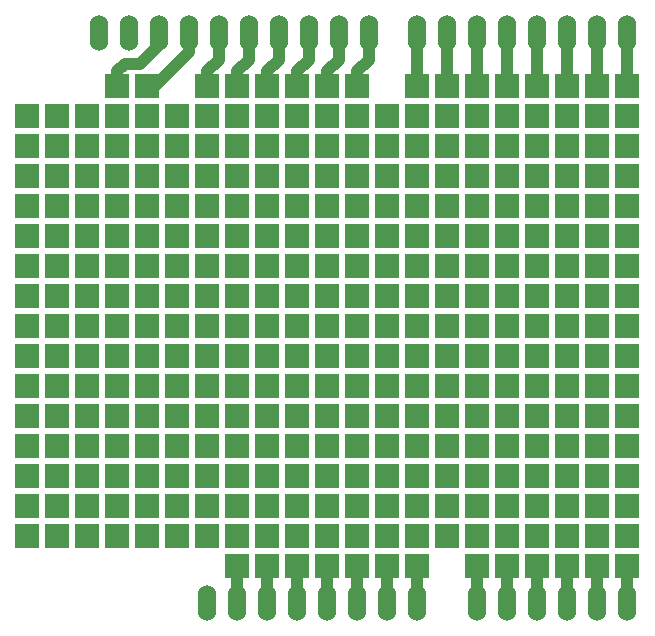
<source format=gbr>
G04 #@! TF.FileFunction,Copper,L1,Top,Signal*
%FSLAX46Y46*%
G04 Gerber Fmt 4.6, Leading zero omitted, Abs format (unit mm)*
G04 Created by KiCad (PCBNEW 0.201509030901+6151~29~ubuntu14.04.1-product) date Tue 15 Sep 2015 04:13:20 PM EEST*
%MOMM*%
G01*
G04 APERTURE LIST*
%ADD10C,0.100000*%
%ADD11O,1.524000X3.048000*%
%ADD12R,2.000000X2.000000*%
%ADD13C,0.500000*%
%ADD14C,1.000000*%
G04 APERTURE END LIST*
D10*
D11*
X160000000Y-125000000D03*
X162540000Y-125000000D03*
X165080000Y-125000000D03*
X167620000Y-125000000D03*
X170160000Y-125000000D03*
X172700000Y-125000000D03*
X175240000Y-125000000D03*
X177780000Y-125000000D03*
X182860000Y-125000000D03*
X185400000Y-125000000D03*
X187940000Y-125000000D03*
X190480000Y-125000000D03*
X193020000Y-125000000D03*
X195560000Y-125000000D03*
X195560000Y-76740000D03*
X193020000Y-76740000D03*
X190480000Y-76740000D03*
X187940000Y-76740000D03*
X185400000Y-76740000D03*
X182860000Y-76740000D03*
X180320000Y-76740000D03*
X177780000Y-76740000D03*
X173716000Y-76740000D03*
X171176000Y-76740000D03*
X168636000Y-76740000D03*
X166096000Y-76740000D03*
X163556000Y-76740000D03*
X161016000Y-76740000D03*
X158476000Y-76740000D03*
X155936000Y-76740000D03*
X153396000Y-76740000D03*
X150856000Y-76740000D03*
D12*
X195580000Y-81280000D03*
X193040000Y-81280000D03*
X190500000Y-81280000D03*
X195580000Y-121920000D03*
X193040000Y-121920000D03*
X144780000Y-83820000D03*
X187960000Y-81280000D03*
X185420000Y-81280000D03*
X182880000Y-81280000D03*
X180340000Y-81280000D03*
X177800000Y-81280000D03*
X172720000Y-81280000D03*
X170180000Y-81280000D03*
X167640000Y-81280000D03*
X165100000Y-81280000D03*
X162560000Y-81280000D03*
X160020000Y-81280000D03*
X154940000Y-81280000D03*
X152400000Y-81280000D03*
X190500000Y-121920000D03*
X187960000Y-121920000D03*
X185420000Y-121920000D03*
X182880000Y-121920000D03*
X177800000Y-121920000D03*
X175260000Y-121920000D03*
X172720000Y-121920000D03*
X170180000Y-121920000D03*
X167640000Y-121920000D03*
X165100000Y-121920000D03*
X162560000Y-121920000D03*
X147320000Y-83820000D03*
X149860000Y-83820000D03*
X152400000Y-83820000D03*
X154940000Y-83820000D03*
X157480000Y-83820000D03*
X160020000Y-83820000D03*
X162560000Y-83820000D03*
X165100000Y-83820000D03*
X167640000Y-83820000D03*
X170180000Y-83820000D03*
X172720000Y-83820000D03*
X175260000Y-83820000D03*
X177800000Y-83820000D03*
X180340000Y-83820000D03*
X182880000Y-83820000D03*
X185420000Y-83820000D03*
X187960000Y-83820000D03*
X190500000Y-83820000D03*
X193040000Y-83820000D03*
X195580000Y-83820000D03*
X144780000Y-86360000D03*
X147320000Y-86360000D03*
X149860000Y-86360000D03*
X152400000Y-86360000D03*
X154940000Y-86360000D03*
X157480000Y-86360000D03*
X160020000Y-86360000D03*
X162560000Y-86360000D03*
X165100000Y-86360000D03*
X167640000Y-86360000D03*
X170180000Y-86360000D03*
X172720000Y-86360000D03*
X175260000Y-86360000D03*
X177800000Y-86360000D03*
X180340000Y-86360000D03*
X182880000Y-86360000D03*
X185420000Y-86360000D03*
X187960000Y-86360000D03*
X190500000Y-86360000D03*
X193040000Y-86360000D03*
X195580000Y-86360000D03*
X144780000Y-88900000D03*
X147320000Y-88900000D03*
X149860000Y-88900000D03*
X152400000Y-88900000D03*
X154940000Y-88900000D03*
X157480000Y-88900000D03*
X160020000Y-88900000D03*
X162560000Y-88900000D03*
X165100000Y-88900000D03*
X167640000Y-88900000D03*
X170180000Y-88900000D03*
X172720000Y-88900000D03*
X175260000Y-88900000D03*
X177800000Y-88900000D03*
X180340000Y-88900000D03*
X182880000Y-88900000D03*
X185420000Y-88900000D03*
X187960000Y-88900000D03*
X190500000Y-88900000D03*
X193040000Y-88900000D03*
X195580000Y-88900000D03*
X144780000Y-91440000D03*
X147320000Y-91440000D03*
X149860000Y-91440000D03*
X152400000Y-91440000D03*
X154940000Y-91440000D03*
X157480000Y-91440000D03*
X160020000Y-91440000D03*
X162560000Y-91440000D03*
X165100000Y-91440000D03*
X167640000Y-91440000D03*
X170180000Y-91440000D03*
X172720000Y-91440000D03*
X175260000Y-91440000D03*
X177800000Y-91440000D03*
X180340000Y-91440000D03*
X182880000Y-91440000D03*
X185420000Y-91440000D03*
X187960000Y-91440000D03*
X190500000Y-91440000D03*
X193040000Y-91440000D03*
X195580000Y-91440000D03*
X144780000Y-93980000D03*
X147320000Y-93980000D03*
X149860000Y-93980000D03*
X152400000Y-93980000D03*
X154940000Y-93980000D03*
X157480000Y-93980000D03*
X160020000Y-93980000D03*
X162560000Y-93980000D03*
X165100000Y-93980000D03*
X167640000Y-93980000D03*
X170180000Y-93980000D03*
X172720000Y-93980000D03*
X175260000Y-93980000D03*
X177800000Y-93980000D03*
X180340000Y-93980000D03*
X182880000Y-93980000D03*
X185420000Y-93980000D03*
X187960000Y-93980000D03*
X190500000Y-93980000D03*
X193040000Y-93980000D03*
X195580000Y-93980000D03*
X144780000Y-96520000D03*
X147320000Y-96520000D03*
X149860000Y-96520000D03*
X152400000Y-96520000D03*
X154940000Y-96520000D03*
X157480000Y-96520000D03*
X160020000Y-96520000D03*
X162560000Y-96520000D03*
X165100000Y-96520000D03*
X167640000Y-96520000D03*
X170180000Y-96520000D03*
X172720000Y-96520000D03*
X175260000Y-96520000D03*
X177800000Y-96520000D03*
X180340000Y-96520000D03*
X182880000Y-96520000D03*
X185420000Y-96520000D03*
X187960000Y-96520000D03*
X190500000Y-96520000D03*
X193040000Y-96520000D03*
X195580000Y-96520000D03*
X144780000Y-99060000D03*
X147320000Y-99060000D03*
X149860000Y-99060000D03*
X152400000Y-99060000D03*
X154940000Y-99060000D03*
X157480000Y-99060000D03*
X160020000Y-99060000D03*
X162560000Y-99060000D03*
X165100000Y-99060000D03*
X167640000Y-99060000D03*
X170180000Y-99060000D03*
X172720000Y-99060000D03*
X175260000Y-99060000D03*
X177800000Y-99060000D03*
X180340000Y-99060000D03*
X182880000Y-99060000D03*
X185420000Y-99060000D03*
X187960000Y-99060000D03*
X190500000Y-99060000D03*
X193040000Y-99060000D03*
X195580000Y-99060000D03*
X144780000Y-101600000D03*
X147320000Y-101600000D03*
X149860000Y-101600000D03*
X152400000Y-101600000D03*
X154940000Y-101600000D03*
X157480000Y-101600000D03*
X160020000Y-101600000D03*
X162560000Y-101600000D03*
X165100000Y-101600000D03*
X167640000Y-101600000D03*
X170180000Y-101600000D03*
X172720000Y-101600000D03*
X175260000Y-101600000D03*
X177800000Y-101600000D03*
X180340000Y-101600000D03*
X182880000Y-101600000D03*
X185420000Y-101600000D03*
X187960000Y-101600000D03*
X190500000Y-101600000D03*
X193040000Y-101600000D03*
X195580000Y-101600000D03*
X144780000Y-104140000D03*
X147320000Y-104140000D03*
X149860000Y-104140000D03*
X152400000Y-104140000D03*
X154940000Y-104140000D03*
X157480000Y-104140000D03*
X160020000Y-104140000D03*
X162560000Y-104140000D03*
X165100000Y-104140000D03*
X167640000Y-104140000D03*
X170180000Y-104140000D03*
X172720000Y-104140000D03*
X175260000Y-104140000D03*
X177800000Y-104140000D03*
X180340000Y-104140000D03*
X182880000Y-104140000D03*
X185420000Y-104140000D03*
X187960000Y-104140000D03*
X190500000Y-104140000D03*
X193040000Y-104140000D03*
X195580000Y-104140000D03*
X144780000Y-106680000D03*
X147320000Y-106680000D03*
X149860000Y-106680000D03*
X152400000Y-106680000D03*
X154940000Y-106680000D03*
X157480000Y-106680000D03*
X160020000Y-106680000D03*
X162560000Y-106680000D03*
X165100000Y-106680000D03*
X167640000Y-106680000D03*
X170180000Y-106680000D03*
X172720000Y-106680000D03*
X175260000Y-106680000D03*
X177800000Y-106680000D03*
X180340000Y-106680000D03*
X182880000Y-106680000D03*
X185420000Y-106680000D03*
X187960000Y-106680000D03*
X190500000Y-106680000D03*
X193040000Y-106680000D03*
X195580000Y-106680000D03*
X144780000Y-109220000D03*
X147320000Y-109220000D03*
X149860000Y-109220000D03*
X152400000Y-109220000D03*
X154940000Y-109220000D03*
X157480000Y-109220000D03*
X160020000Y-109220000D03*
X162560000Y-109220000D03*
X165100000Y-109220000D03*
X167640000Y-109220000D03*
X170180000Y-109220000D03*
X172720000Y-109220000D03*
X175260000Y-109220000D03*
X177800000Y-109220000D03*
X180340000Y-109220000D03*
X182880000Y-109220000D03*
X185420000Y-109220000D03*
X187960000Y-109220000D03*
X190500000Y-109220000D03*
X193040000Y-109220000D03*
X195580000Y-109220000D03*
X144780000Y-111760000D03*
X147320000Y-111760000D03*
X149860000Y-111760000D03*
X152400000Y-111760000D03*
X154940000Y-111760000D03*
X157480000Y-111760000D03*
X160020000Y-111760000D03*
X162560000Y-111760000D03*
X165100000Y-111760000D03*
X167640000Y-111760000D03*
X170180000Y-111760000D03*
X172720000Y-111760000D03*
X175260000Y-111760000D03*
X177800000Y-111760000D03*
X180340000Y-111760000D03*
X182880000Y-111760000D03*
X185420000Y-111760000D03*
X187960000Y-111760000D03*
X190500000Y-111760000D03*
X193040000Y-111760000D03*
X195580000Y-111760000D03*
X144780000Y-114300000D03*
X147320000Y-114300000D03*
X149860000Y-114300000D03*
X152400000Y-114300000D03*
X154940000Y-114300000D03*
X157480000Y-114300000D03*
X160020000Y-114300000D03*
X162560000Y-114300000D03*
X165100000Y-114300000D03*
X167640000Y-114300000D03*
X170180000Y-114300000D03*
X172720000Y-114300000D03*
X175260000Y-114300000D03*
X177800000Y-114300000D03*
X180340000Y-114300000D03*
X182880000Y-114300000D03*
X185420000Y-114300000D03*
X187960000Y-114300000D03*
X190500000Y-114300000D03*
X193040000Y-114300000D03*
X195580000Y-114300000D03*
X144780000Y-116840000D03*
X147320000Y-116840000D03*
X149860000Y-116840000D03*
X152400000Y-116840000D03*
X154940000Y-116840000D03*
X157480000Y-116840000D03*
X160020000Y-116840000D03*
X162560000Y-116840000D03*
X165100000Y-116840000D03*
X167640000Y-116840000D03*
X170180000Y-116840000D03*
X172720000Y-116840000D03*
X175260000Y-116840000D03*
X177800000Y-116840000D03*
X180340000Y-116840000D03*
X182880000Y-116840000D03*
X185420000Y-116840000D03*
X187960000Y-116840000D03*
X190500000Y-116840000D03*
X193040000Y-116840000D03*
X195580000Y-116840000D03*
X144780000Y-119380000D03*
X147320000Y-119380000D03*
X149860000Y-119380000D03*
X152400000Y-119380000D03*
X154940000Y-119380000D03*
X157480000Y-119380000D03*
X160020000Y-119380000D03*
X162560000Y-119380000D03*
X165100000Y-119380000D03*
X167640000Y-119380000D03*
X170180000Y-119380000D03*
X172720000Y-119380000D03*
X175260000Y-119380000D03*
X177800000Y-119380000D03*
X180340000Y-119380000D03*
X182880000Y-119380000D03*
X185420000Y-119380000D03*
X187960000Y-119380000D03*
X190500000Y-119380000D03*
X193040000Y-119380000D03*
X195580000Y-119380000D03*
D13*
X172700000Y-119400000D02*
X172720000Y-119380000D01*
D14*
X162540000Y-125000000D02*
X162540000Y-121940000D01*
X162540000Y-121940000D02*
X162560000Y-121920000D01*
X165080000Y-125000000D02*
X165080000Y-121940000D01*
X165080000Y-121940000D02*
X165100000Y-121920000D01*
X167620000Y-125000000D02*
X167620000Y-121940000D01*
X167620000Y-121940000D02*
X167640000Y-121920000D01*
X170160000Y-125000000D02*
X170160000Y-121940000D01*
X170160000Y-121940000D02*
X170180000Y-121920000D01*
X172700000Y-125000000D02*
X172700000Y-121940000D01*
X172700000Y-121940000D02*
X172720000Y-121920000D01*
X175240000Y-125000000D02*
X175240000Y-121940000D01*
X175240000Y-121940000D02*
X175260000Y-121920000D01*
X177780000Y-121940000D02*
X177800000Y-121920000D01*
X177780000Y-125000000D02*
X177780000Y-121940000D01*
X182860000Y-121940000D02*
X182880000Y-121920000D01*
X182860000Y-125000000D02*
X182860000Y-121940000D01*
X185400000Y-121940000D02*
X185420000Y-121920000D01*
X185400000Y-125000000D02*
X185400000Y-121940000D01*
X187960000Y-123190000D02*
X187960000Y-121920000D01*
X187940000Y-123210000D02*
X187960000Y-123190000D01*
X187940000Y-125000000D02*
X187940000Y-123210000D01*
X190480000Y-121940000D02*
X190500000Y-121920000D01*
X190480000Y-125000000D02*
X190480000Y-121940000D01*
X193020000Y-121940000D02*
X193040000Y-121920000D01*
X193020000Y-125000000D02*
X193020000Y-121940000D01*
X195560000Y-121940000D02*
X195580000Y-121920000D01*
X195560000Y-125000000D02*
X195560000Y-121940000D01*
X155936000Y-76740000D02*
X155936000Y-77744000D01*
X155936000Y-77744000D02*
X154305000Y-79375000D01*
X154305000Y-79375000D02*
X153035000Y-79375000D01*
X153035000Y-79375000D02*
X152400000Y-80010000D01*
X152400000Y-80010000D02*
X152400000Y-81280000D01*
X154940000Y-81280000D02*
X155575000Y-81280000D01*
X158476000Y-78379000D02*
X158476000Y-76740000D01*
X155575000Y-81280000D02*
X158476000Y-78379000D01*
X160020000Y-80010000D02*
X160020000Y-81280000D01*
X161016000Y-79014000D02*
X160020000Y-80010000D01*
X161016000Y-76740000D02*
X161016000Y-79014000D01*
X162560000Y-80010000D02*
X162560000Y-81280000D01*
X163556000Y-79014000D02*
X162560000Y-80010000D01*
X163556000Y-76740000D02*
X163556000Y-79014000D01*
X165100000Y-80010000D02*
X165100000Y-81280000D01*
X166096000Y-79014000D02*
X165100000Y-80010000D01*
X166096000Y-76740000D02*
X166096000Y-79014000D01*
X167640000Y-80010000D02*
X167640000Y-81280000D01*
X168636000Y-79014000D02*
X167640000Y-80010000D01*
X168636000Y-76740000D02*
X168636000Y-79014000D01*
X170180000Y-80010000D02*
X170180000Y-81280000D01*
X171176000Y-79014000D02*
X170180000Y-80010000D01*
X171176000Y-76740000D02*
X171176000Y-79014000D01*
X172720000Y-80010000D02*
X172720000Y-81280000D01*
X173716000Y-79014000D02*
X172720000Y-80010000D01*
X173716000Y-76740000D02*
X173716000Y-79014000D01*
X177780000Y-81260000D02*
X177800000Y-81280000D01*
X177780000Y-76740000D02*
X177780000Y-81260000D01*
X180320000Y-81260000D02*
X180340000Y-81280000D01*
X180320000Y-76740000D02*
X180320000Y-81260000D01*
X182860000Y-81260000D02*
X182880000Y-81280000D01*
X182860000Y-76740000D02*
X182860000Y-81260000D01*
X185400000Y-81260000D02*
X185420000Y-81280000D01*
X185400000Y-76740000D02*
X185400000Y-81260000D01*
X187940000Y-81260000D02*
X187960000Y-81280000D01*
X187940000Y-76740000D02*
X187940000Y-81260000D01*
X190500000Y-80010000D02*
X190500000Y-81280000D01*
X190480000Y-79990000D02*
X190500000Y-80010000D01*
X190480000Y-76740000D02*
X190480000Y-79990000D01*
X193020000Y-81260000D02*
X193040000Y-81280000D01*
X193020000Y-76740000D02*
X193020000Y-81260000D01*
X195560000Y-81260000D02*
X195580000Y-81280000D01*
X195560000Y-76740000D02*
X195560000Y-81260000D01*
M02*

</source>
